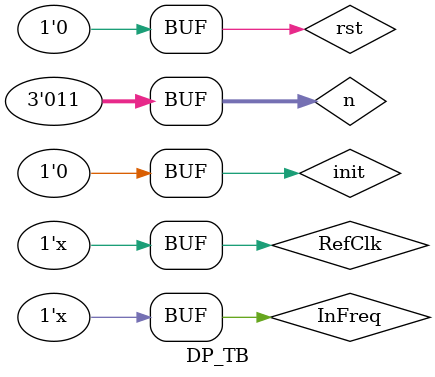
<source format=v>
`timescale 1 ps/ 1 ps
module DP_TB();

	reg RefClk=0,rst=1,init=0,InFreq=0;
        reg [2:0]n=3'b011;
        wire OutFreq;
        wire [15:0]shiftduration;
	
	FreqMultDP dp(RefClk,rst,InFreq,init,n,OutFreq,shiftduration);
	

	initial begin
		rst = 1'b1;
		RefClk = 1'b0;
		init = 1'b0;
	end
	
	initial #30000 rst = 1'b0;
	
	always #3333 RefClk=~RefClk;
        
        always #10000000 InFreq = ~InFreq;

	
endmodule 

</source>
